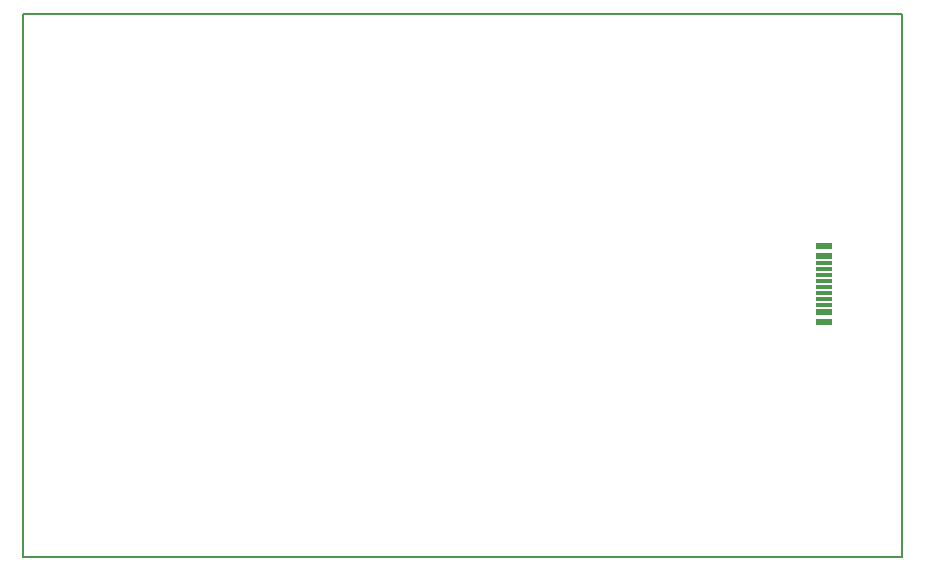
<source format=gbr>
G04 #@! TF.GenerationSoftware,KiCad,Pcbnew,7.0.11+1*
G04 #@! TF.ProjectId,radwag_scale,72616477-6167-45f7-9363-616c652e6b69,rev?*
G04 #@! TF.SameCoordinates,Original*
G04 #@! TF.FileFunction,Paste,Top*
G04 #@! TF.FilePolarity,Positive*
%FSLAX46Y46*%
G04 Gerber Fmt 4.6, Leading zero omitted, Abs format (unit mm)*
%MOMM*%
%LPD*%
G01*
G04 APERTURE LIST*
G04 #@! TA.AperFunction,Profile*
%ADD10C,0.200000*%
G04 #@! TD*
%ADD11R,1.450000X0.600000*%
%ADD12R,1.450000X0.300000*%
G04 APERTURE END LIST*
D10*
X66330000Y-35560000D02*
X140716000Y-35560000D01*
X140716000Y-81534000D01*
X66330000Y-81534000D01*
X66330000Y-35560000D01*
D11*
X134115000Y-61600000D03*
X134115000Y-60800000D03*
D12*
X134115000Y-59650000D03*
X134115000Y-58650000D03*
X134115000Y-58150000D03*
X134115000Y-57150000D03*
D11*
X134115000Y-56000000D03*
X134115000Y-55200000D03*
X134115000Y-55200000D03*
X134115000Y-56000000D03*
D12*
X134115000Y-56650000D03*
X134115000Y-57650000D03*
X134115000Y-59150000D03*
X134115000Y-60150000D03*
D11*
X134115000Y-60800000D03*
X134115000Y-61600000D03*
M02*

</source>
